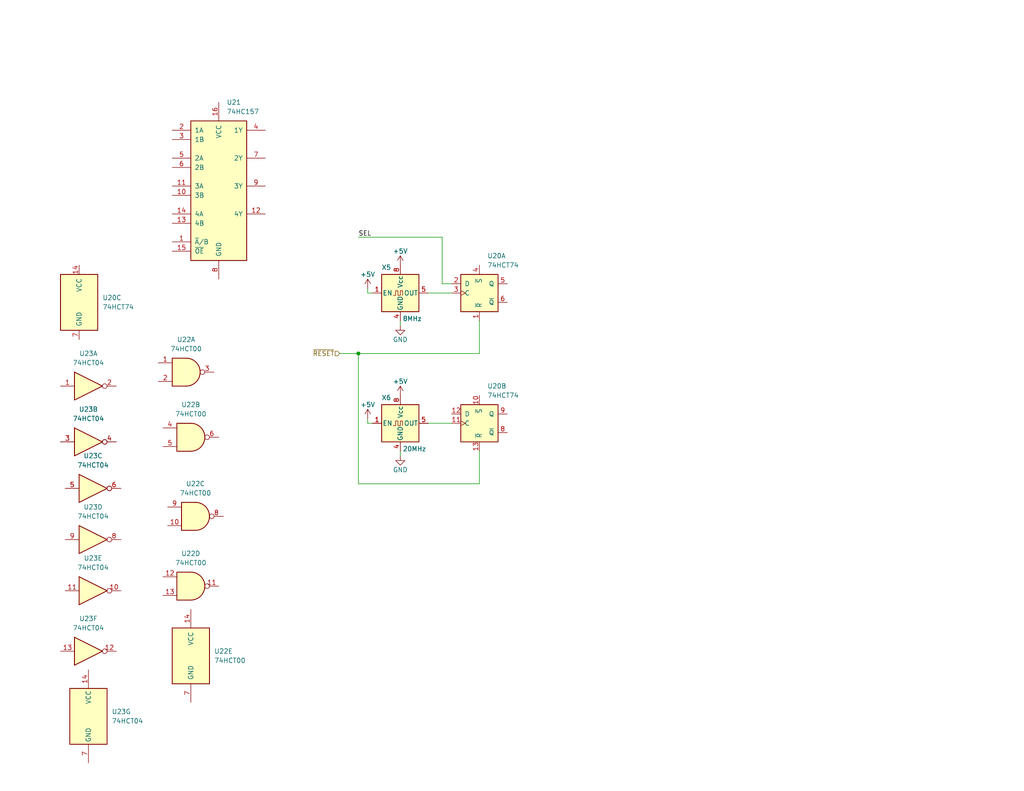
<source format=kicad_sch>
(kicad_sch (version 20250114) (generator "eeschema") (generator_version "9.0")
  (paper "USLetter")
  (title_block (date "2026-02-26") (rev "2.1") (company "MicroHobbyist") (comment 1 "Frédéric Segard"))
  (lib_symbols
    (symbol "0_Library:74HC157" (pin_names (offset 1.016))
      (property "Reference" "U" (at -7.62 19.05 0))
      (property "Value" "74HC157" (at 1.27 19.05 0))
      (symbol "74HC157_1_0"
        (pin input line (at -12.7 15.24 0) (length 5.08) (name "1A") (number "2"))
        (pin input line (at -12.7 12.7 0) (length 5.08) (name "1B") (number "3"))
        (pin input line (at -12.7 7.62 0) (length 5.08) (name "2A") (number "5"))
        (pin input line (at -12.7 5.08 0) (length 5.08) (name "2B") (number "6"))
        (pin input line (at -12.7 0 0) (length 5.08) (name "3A") (number "11"))
        (pin input line (at -12.7 -2.54 0) (length 5.08) (name "3B") (number "10"))
        (pin input line (at -12.7 -7.62 0) (length 5.08) (name "4A") (number "14"))
        (pin input line (at -12.7 -10.16 0) (length 5.08) (name "4B") (number "13"))
        (pin input line (at -12.7 -15.24 0) (length 5.08) (name "~{A}/B") (number "1"))
        (pin input line (at -12.7 -17.78 0) (length 5.08) (name "~{OE}") (number "15"))
        (pin power_in line (at 0 22.86 270) (length 5.08) (name "VCC") (number "16"))
        (pin power_in line (at 0 -25.4 90) (length 5.08) (name "GND") (number "8"))
        (pin output line (at 12.7 15.24 180) (length 5.08) (name "1Y") (number "4"))
        (pin output line (at 12.7 7.62 180) (length 5.08) (name "2Y") (number "7"))
        (pin output line (at 12.7 0 180) (length 5.08) (name "3Y") (number "9"))
        (pin output line (at 12.7 -7.62 180) (length 5.08) (name "4Y") (number "12"))
      )
      (symbol "74HC157_1_1"
        (rectangle (start -7.62 17.78) (end 7.62 -20.32) (stroke (width 0.254)) (fill (type background)))
      )
    )
    (symbol "74xx:74HCT00" (pin_names (offset 1.016))
      (property "Reference" "U" (at 0 1.27 0))
      (property "Value" "74HCT00" (at 0 -1.27 0))
      (symbol "74HCT00_1_1"
        (arc (start 0 3.81) (mid 3.7934 0) (end 0 -3.81) (stroke (width 0.254)) (fill (type background)))
        (polyline (pts (xy 0 3.81) (xy -3.81 3.81) (xy -3.81 -3.81) (xy 0 -3.81)) (stroke (width 0.254)) (fill (type background)))
        (pin input line (at -7.62 2.54 0) (length 3.81) (name "~") (number "1"))
        (pin input line (at -7.62 -2.54 0) (length 3.81) (name "~") (number "2"))
        (pin output inverted (at 7.62 0 180) (length 3.81) (name "~") (number "3"))
      )
      (symbol "74HCT00_1_2"
        (arc (start -3.81 3.81) (mid -2.589 0) (end -3.81 -3.81) (stroke (width 0.254)))
        (polyline (pts (xy -3.81 3.81) (xy -0.635 3.81)) (stroke (width 0.254)) (fill (type background)))
        (polyline (pts (xy -3.81 -3.81) (xy -0.635 -3.81)) (stroke (width 0.254)) (fill (type background)))
        (arc (start 3.81 0) (mid 2.1855 -2.584) (end -0.6096 -3.81) (stroke (width 0.254)) (fill (type background)))
        (arc (start -0.6096 3.81) (mid 2.1928 2.5924) (end 3.81 0) (stroke (width 0.254)) (fill (type background)))
        (polyline (pts (xy -0.635 3.81) (xy -3.81 3.81) (xy -3.81 3.81) (xy -3.556 3.4036) (xy -3.0226 2.2606) (xy -2.6924 1.0414) (xy -2.6162 -0.254) (xy -2.7686 -1.4986) (xy -3.175 -2.7178) (xy -3.81 -3.81) (xy -3.81 -3.81) (xy -0.635 -3.81)) (stroke (width -25.4)) (fill (type background)))
        (pin input inverted (at -7.62 2.54 0) (length 4.318) (name "~") (number "1"))
        (pin input inverted (at -7.62 -2.54 0) (length 4.318) (name "~") (number "2"))
        (pin output line (at 7.62 0 180) (length 3.81) (name "~") (number "3"))
      )
      (symbol "74HCT00_2_1"
        (arc (start 0 3.81) (mid 3.7934 0) (end 0 -3.81) (stroke (width 0.254)) (fill (type background)))
        (polyline (pts (xy 0 3.81) (xy -3.81 3.81) (xy -3.81 -3.81) (xy 0 -3.81)) (stroke (width 0.254)) (fill (type background)))
        (pin input line (at -7.62 2.54 0) (length 3.81) (name "~") (number "4"))
        (pin input line (at -7.62 -2.54 0) (length 3.81) (name "~") (number "5"))
        (pin output inverted (at 7.62 0 180) (length 3.81) (name "~") (number "6"))
      )
      (symbol "74HCT00_2_2"
        (arc (start -3.81 3.81) (mid -2.589 0) (end -3.81 -3.81) (stroke (width 0.254)))
        (polyline (pts (xy -3.81 3.81) (xy -0.635 3.81)) (stroke (width 0.254)) (fill (type background)))
        (polyline (pts (xy -3.81 -3.81) (xy -0.635 -3.81)) (stroke (width 0.254)) (fill (type background)))
        (arc (start 3.81 0) (mid 2.1855 -2.584) (end -0.6096 -3.81) (stroke (width 0.254)) (fill (type background)))
        (arc (start -0.6096 3.81) (mid 2.1928 2.5924) (end 3.81 0) (stroke (width 0.254)) (fill (type background)))
        (polyline (pts (xy -0.635 3.81) (xy -3.81 3.81) (xy -3.81 3.81) (xy -3.556 3.4036) (xy -3.0226 2.2606) (xy -2.6924 1.0414) (xy -2.6162 -0.254) (xy -2.7686 -1.4986) (xy -3.175 -2.7178) (xy -3.81 -3.81) (xy -3.81 -3.81) (xy -0.635 -3.81)) (stroke (width -25.4)) (fill (type background)))
        (pin input inverted (at -7.62 2.54 0) (length 4.318) (name "~") (number "4"))
        (pin input inverted (at -7.62 -2.54 0) (length 4.318) (name "~") (number "5"))
        (pin output line (at 7.62 0 180) (length 3.81) (name "~") (number "6"))
      )
      (symbol "74HCT00_3_1"
        (arc (start 0 3.81) (mid 3.7934 0) (end 0 -3.81) (stroke (width 0.254)) (fill (type background)))
        (polyline (pts (xy 0 3.81) (xy -3.81 3.81) (xy -3.81 -3.81) (xy 0 -3.81)) (stroke (width 0.254)) (fill (type background)))
        (pin input line (at -7.62 2.54 0) (length 3.81) (name "~") (number "9"))
        (pin input line (at -7.62 -2.54 0) (length 3.81) (name "~") (number "10"))
        (pin output inverted (at 7.62 0 180) (length 3.81) (name "~") (number "8"))
      )
      (symbol "74HCT00_3_2"
        (arc (start -3.81 3.81) (mid -2.589 0) (end -3.81 -3.81) (stroke (width 0.254)))
        (polyline (pts (xy -3.81 3.81) (xy -0.635 3.81)) (stroke (width 0.254)) (fill (type background)))
        (polyline (pts (xy -3.81 -3.81) (xy -0.635 -3.81)) (stroke (width 0.254)) (fill (type background)))
        (arc (start 3.81 0) (mid 2.1855 -2.584) (end -0.6096 -3.81) (stroke (width 0.254)) (fill (type background)))
        (arc (start -0.6096 3.81) (mid 2.1928 2.5924) (end 3.81 0) (stroke (width 0.254)) (fill (type background)))
        (polyline (pts (xy -0.635 3.81) (xy -3.81 3.81) (xy -3.81 3.81) (xy -3.556 3.4036) (xy -3.0226 2.2606) (xy -2.6924 1.0414) (xy -2.6162 -0.254) (xy -2.7686 -1.4986) (xy -3.175 -2.7178) (xy -3.81 -3.81) (xy -3.81 -3.81) (xy -0.635 -3.81)) (stroke (width -25.4)) (fill (type background)))
        (pin input inverted (at -7.62 2.54 0) (length 4.318) (name "~") (number "9"))
        (pin input inverted (at -7.62 -2.54 0) (length 4.318) (name "~") (number "10"))
        (pin output line (at 7.62 0 180) (length 3.81) (name "~") (number "8"))
      )
      (symbol "74HCT00_4_1"
        (arc (start 0 3.81) (mid 3.7934 0) (end 0 -3.81) (stroke (width 0.254)) (fill (type background)))
        (polyline (pts (xy 0 3.81) (xy -3.81 3.81) (xy -3.81 -3.81) (xy 0 -3.81)) (stroke (width 0.254)) (fill (type background)))
        (pin input line (at -7.62 2.54 0) (length 3.81) (name "~") (number "12"))
        (pin input line (at -7.62 -2.54 0) (length 3.81) (name "~") (number "13"))
        (pin output inverted (at 7.62 0 180) (length 3.81) (name "~") (number "11"))
      )
      (symbol "74HCT00_4_2"
        (arc (start -3.81 3.81) (mid -2.589 0) (end -3.81 -3.81) (stroke (width 0.254)))
        (polyline (pts (xy -3.81 3.81) (xy -0.635 3.81)) (stroke (width 0.254)) (fill (type background)))
        (polyline (pts (xy -3.81 -3.81) (xy -0.635 -3.81)) (stroke (width 0.254)) (fill (type background)))
        (arc (start 3.81 0) (mid 2.1855 -2.584) (end -0.6096 -3.81) (stroke (width 0.254)) (fill (type background)))
        (arc (start -0.6096 3.81) (mid 2.1928 2.5924) (end 3.81 0) (stroke (width 0.254)) (fill (type background)))
        (polyline (pts (xy -0.635 3.81) (xy -3.81 3.81) (xy -3.81 3.81) (xy -3.556 3.4036) (xy -3.0226 2.2606) (xy -2.6924 1.0414) (xy -2.6162 -0.254) (xy -2.7686 -1.4986) (xy -3.175 -2.7178) (xy -3.81 -3.81) (xy -3.81 -3.81) (xy -0.635 -3.81)) (stroke (width -25.4)) (fill (type background)))
        (pin input inverted (at -7.62 2.54 0) (length 4.318) (name "~") (number "12"))
        (pin input inverted (at -7.62 -2.54 0) (length 4.318) (name "~") (number "13"))
        (pin output line (at 7.62 0 180) (length 3.81) (name "~") (number "11"))
      )
      (symbol "74HCT00_5_0"
        (pin power_in line (at 0 12.7 270) (length 5.08) (name "VCC") (number "14"))
        (pin power_in line (at 0 -12.7 90) (length 5.08) (name "GND") (number "7"))
      )
      (symbol "74HCT00_5_1"
        (rectangle (start -5.08 7.62) (end 5.08 -7.62) (stroke (width 0.254)) (fill (type background)))
      )
    )
    (symbol "74xx:74HCT04"
      (property "Reference" "U" (at 0 1.27 0))
      (property "Value" "74HCT04" (at 0 -1.27 0))
      (symbol "74HCT04_1_0"
        (polyline (pts (xy -3.81 3.81) (xy -3.81 -3.81) (xy 3.81 0) (xy -3.81 3.81)) (stroke (width 0.254)) (fill (type background)))
        (pin input line (at -7.62 0 0) (length 3.81) (name "~") (number "1"))
        (pin output inverted (at 7.62 0 180) (length 3.81) (name "~") (number "2"))
      )
      (symbol "74HCT04_2_0"
        (polyline (pts (xy -3.81 3.81) (xy -3.81 -3.81) (xy 3.81 0) (xy -3.81 3.81)) (stroke (width 0.254)) (fill (type background)))
        (pin input line (at -7.62 0 0) (length 3.81) (name "~") (number "3"))
        (pin output inverted (at 7.62 0 180) (length 3.81) (name "~") (number "4"))
      )
      (symbol "74HCT04_3_0"
        (polyline (pts (xy -3.81 3.81) (xy -3.81 -3.81) (xy 3.81 0) (xy -3.81 3.81)) (stroke (width 0.254)) (fill (type background)))
        (pin input line (at -7.62 0 0) (length 3.81) (name "~") (number "5"))
        (pin output inverted (at 7.62 0 180) (length 3.81) (name "~") (number "6"))
      )
      (symbol "74HCT04_4_0"
        (polyline (pts (xy -3.81 3.81) (xy -3.81 -3.81) (xy 3.81 0) (xy -3.81 3.81)) (stroke (width 0.254)) (fill (type background)))
        (pin input line (at -7.62 0 0) (length 3.81) (name "~") (number "9"))
        (pin output inverted (at 7.62 0 180) (length 3.81) (name "~") (number "8"))
      )
      (symbol "74HCT04_5_0"
        (polyline (pts (xy -3.81 3.81) (xy -3.81 -3.81) (xy 3.81 0) (xy -3.81 3.81)) (stroke (width 0.254)) (fill (type background)))
        (pin input line (at -7.62 0 0) (length 3.81) (name "~") (number "11"))
        (pin output inverted (at 7.62 0 180) (length 3.81) (name "~") (number "10"))
      )
      (symbol "74HCT04_6_0"
        (polyline (pts (xy -3.81 3.81) (xy -3.81 -3.81) (xy 3.81 0) (xy -3.81 3.81)) (stroke (width 0.254)) (fill (type background)))
        (pin input line (at -7.62 0 0) (length 3.81) (name "~") (number "13"))
        (pin output inverted (at 7.62 0 180) (length 3.81) (name "~") (number "12"))
      )
      (symbol "74HCT04_7_0"
        (pin power_in line (at 0 12.7 270) (length 5.08) (name "VCC") (number "14"))
        (pin power_in line (at 0 -12.7 90) (length 5.08) (name "GND") (number "7"))
      )
      (symbol "74HCT04_7_1"
        (rectangle (start -5.08 7.62) (end 5.08 -7.62) (stroke (width 0.254)) (fill (type background)))
      )
    )
    (symbol "74xx:74HCT74" (pin_names (offset 1.016))
      (property "Reference" "U" (at -7.62 8.89 0))
      (property "Value" "74HCT74" (at -7.62 -8.89 0))
      (symbol "74HCT74_1_0"
        (pin input line (at -7.62 2.54 0) (length 2.54) (name "D") (number "2"))
        (pin input clock (at -7.62 0 0) (length 2.54) (name "C") (number "3"))
        (pin input line (at 0 7.62 270) (length 2.54) (name "~{S}") (number "4"))
        (pin input line (at 0 -7.62 90) (length 2.54) (name "~{R}") (number "1"))
        (pin output line (at 7.62 2.54 180) (length 2.54) (name "Q") (number "5"))
        (pin output line (at 7.62 -2.54 180) (length 2.54) (name "~{Q}") (number "6"))
      )
      (symbol "74HCT74_1_1"
        (rectangle (start -5.08 5.08) (end 5.08 -5.08) (stroke (width 0.254)) (fill (type background)))
      )
      (symbol "74HCT74_2_0"
        (pin input line (at -7.62 2.54 0) (length 2.54) (name "D") (number "12"))
        (pin input clock (at -7.62 0 0) (length 2.54) (name "C") (number "11"))
        (pin input line (at 0 7.62 270) (length 2.54) (name "~{S}") (number "10"))
        (pin input line (at 0 -7.62 90) (length 2.54) (name "~{R}") (number "13"))
        (pin output line (at 7.62 2.54 180) (length 2.54) (name "Q") (number "9"))
        (pin output line (at 7.62 -2.54 180) (length 2.54) (name "~{Q}") (number "8"))
      )
      (symbol "74HCT74_2_1"
        (rectangle (start -5.08 5.08) (end 5.08 -5.08) (stroke (width 0.254)) (fill (type background)))
      )
      (symbol "74HCT74_3_0"
        (pin power_in line (at 0 10.16 270) (length 2.54) (name "VCC") (number "14"))
        (pin power_in line (at 0 -10.16 90) (length 2.54) (name "GND") (number "7"))
      )
      (symbol "74HCT74_3_1"
        (rectangle (start -5.08 7.62) (end 5.08 -7.62) (stroke (width 0.254)) (fill (type background)))
      )
    )
    (symbol "Oscillator:CXO_DIP8" (pin_names (offset 0.254))
      (property "Reference" "Y" (at -5.08 6.35 0))
      (property "Value" "CXO_DIP8" (at 1.27 -6.35 0))
      (symbol "CXO_DIP8_0_1"
        (rectangle (start -5.08 5.08) (end 5.08 -5.08) (stroke (width 0.254)) (fill (type background)))
        (polyline (pts (xy -1.905 -0.635) (xy -1.27 -0.635) (xy -1.27 0.635) (xy -0.635 0.635) (xy -0.635 -0.635) (xy 0 -0.635) (xy 0 0.635) (xy 0.635 0.635) (xy 0.635 -0.635)))
      )
      (symbol "CXO_DIP8_1_1"
        (pin input line (at -7.62 0 0) (length 2.54) (name "EN") (number "1"))
        (pin power_in line (at 0 7.62 270) (length 2.54) (name "Vcc") (number "8"))
        (pin power_in line (at 0 -7.62 90) (length 2.54) (name "GND") (number "4"))
        (pin output line (at 7.62 0 180) (length 2.54) (name "OUT") (number "5"))
      )
    )
    (symbol "power:+5V" (power) (pin_numbers (hide yes)) (pin_names (offset 0) (hide yes))
      (property "Value" "+5V" (at 0 3.556 0))
      (symbol "+5V_0_1"
        (polyline (pts (xy -0.762 1.27) (xy 0 2.54)))
        (polyline (pts (xy 0 2.54) (xy 0.762 1.27)))
        (polyline (pts (xy 0 0) (xy 0 2.54)))
      )
      (symbol "+5V_1_1"
        (pin power_in line (at 0 0 90) (length 0) (name "~") (number "1"))
      )
    )
    (symbol "power:GND" (power) (pin_numbers (hide yes)) (pin_names (offset 0) (hide yes))
      (property "Value" "GND" (at 0 -3.81 0))
      (symbol "GND_0_1"
        (polyline (pts (xy 0 0) (xy 0 -1.27) (xy 1.27 -1.27) (xy 0 -2.54) (xy -1.27 -1.27) (xy 0 -1.27)))
      )
      (symbol "GND_1_1"
        (pin power_in line (at 0 0 270) (length 0) (name "~") (number "1"))
      )
    )
  )
  (junction (at 97.79 96.52))
  (wire (pts (xy 100.33 114.3) (xy 100.33 115.57)))
  (wire (pts (xy 116.84 80.01) (xy 123.19 80.01)))
  (wire (pts (xy 97.79 96.52) (xy 130.81 96.52)))
  (wire (pts (xy 97.79 132.08) (xy 130.81 132.08)))
  (wire (pts (xy 130.81 123.19) (xy 130.81 132.08)))
  (wire (pts (xy 123.19 77.47) (xy 120.65 77.47)))
  (wire (pts (xy 109.22 88.9) (xy 109.22 87.63)))
  (wire (pts (xy 92.71 96.52) (xy 97.79 96.52)))
  (wire (pts (xy 97.79 132.08) (xy 97.79 96.52)))
  (wire (pts (xy 130.81 87.63) (xy 130.81 96.52)))
  (wire (pts (xy 100.33 115.57) (xy 101.6 115.57)))
  (wire (pts (xy 97.79 64.77) (xy 120.65 64.77)))
  (wire (pts (xy 100.33 78.74) (xy 100.33 80.01)))
  (wire (pts (xy 116.84 115.57) (xy 123.19 115.57)))
  (wire (pts (xy 109.22 124.46) (xy 109.22 123.19)))
  (wire (pts (xy 100.33 80.01) (xy 101.6 80.01)))
  (wire (pts (xy 120.65 77.47) (xy 120.65 64.77)))
  (label "SEL" (at 97.79 64.77 0))
  (hierarchical_label "~{RESET}" (shape input) (at 92.71 96.52 180))
  (symbol (lib_id "Oscillator:CXO_DIP8") (at 109.22 80.01 0) (unit 1)
    (property "Reference" "X5" (at 105.41 73.025 0))
    (property "Value" "8MHz" (at 109.855 86.995 0) (effects (justify left)))
    (property "Footprint" "Oscillator:Oscillator_DIP-8" (effects (hide yes)))
    (property "Datasheet" "http://cdn-reichelt.de/documents/datenblatt/B400/OSZI.pdf" (effects (hide yes)))
    (property "Description" "Crystal Clock Oscillator, DIP8-style metal package" (effects (hide yes)))
  )
  (symbol (lib_id "74xx:74HCT74") (at 130.81 80.01 0) (unit 1)
    (property "Reference" "U20" (at 132.9533 69.85 0) (effects (justify left)))
    (property "Value" "74HCT74" (at 132.9533 72.39 0) (effects (justify left)))
    (property "Datasheet" "https://assets.nexperia.com/documents/data-sheet/74HC_HCT74.pdf" (effects (hide yes)))
    (property "Description" "Dual D Flip-flop, Set & Reset" (effects (hide yes)))
  )
  (symbol (lib_id "74xx:74HCT04") (at 24.13 177.8 0) (unit 6)
    (property "Reference" "U23" (at 24.13 168.91 0))
    (property "Value" "74HCT04" (at 24.13 171.45 0))
    (property "Datasheet" "https://assets.nexperia.com/documents/data-sheet/74HC_HCT04.pdf" (effects (hide yes)))
    (property "Description" "Hex Inverter" (effects (hide yes)))
  )
  (symbol (lib_id "74xx:74HCT00") (at 50.8 101.6 0) (unit 1)
    (property "Reference" "U22" (at 50.7917 92.71 0))
    (property "Value" "74HCT00" (at 50.7917 95.25 0))
    (property "Datasheet" "http://www.ti.com/lit/gpn/sn74hct00" (effects (hide yes)))
    (property "Description" "quad 2-input NAND gate" (effects (hide yes)))
  )
  (symbol (lib_id "0_Library:74HC157") (at 59.69 50.8 0) (unit 1)
    (property "Reference" "U21" (at 61.8333 27.94 0) (effects (justify left)))
    (property "Value" "74HC157" (at 61.8333 30.48 0) (effects (justify left)))
    (property "Datasheet" "https://www.ti.com/lit/ds/symlink/sn74hc157.pdf" (effects (hide yes)))
    (property "Description" "Quad 2 to 1 line Multiplexer" (effects (hide yes)))
  )
  (symbol (lib_id "74xx:74HCT04") (at 25.4 147.32 0) (unit 4)
    (property "Reference" "U23" (at 25.4 138.43 0))
    (property "Value" "74HCT04" (at 25.4 140.97 0))
    (property "Datasheet" "https://assets.nexperia.com/documents/data-sheet/74HC_HCT04.pdf" (effects (hide yes)))
    (property "Description" "Hex Inverter" (effects (hide yes)))
  )
  (symbol (lib_id "Oscillator:CXO_DIP8") (at 109.22 115.57 0) (unit 1)
    (property "Reference" "X6" (at 105.41 108.585 0))
    (property "Value" "20MHz" (at 109.855 122.555 0) (effects (justify left)))
    (property "Footprint" "Oscillator:Oscillator_DIP-8" (effects (hide yes)))
    (property "Datasheet" "http://cdn-reichelt.de/documents/datenblatt/B400/OSZI.pdf" (effects (hide yes)))
    (property "Description" "Crystal Clock Oscillator, DIP8-style metal package" (effects (hide yes)))
  )
  (symbol (lib_id "74xx:74HCT74") (at 130.81 115.57 0) (unit 2)
    (property "Reference" "U20" (at 132.9533 105.41 0) (effects (justify left)))
    (property "Value" "74HCT74" (at 132.9533 107.95 0) (effects (justify left)))
    (property "Datasheet" "https://assets.nexperia.com/documents/data-sheet/74HC_HCT74.pdf" (effects (hide yes)))
    (property "Description" "Dual D Flip-flop, Set & Reset" (effects (hide yes)))
  )
  (symbol (lib_id "74xx:74HCT04") (at 25.4 133.35 0) (unit 3)
    (property "Reference" "U23" (at 25.4 124.46 0))
    (property "Value" "74HCT04" (at 25.4 127 0))
    (property "Datasheet" "https://assets.nexperia.com/documents/data-sheet/74HC_HCT04.pdf" (effects (hide yes)))
    (property "Description" "Hex Inverter" (effects (hide yes)))
  )
  (symbol (lib_id "power:GND") (at 109.22 88.9 0) (unit 1)
    (property "Reference" "#PWR091" (effects (hide yes)))
    (property "Value" "GND" (at 109.22 92.71 0))
    (property "Description" "Power symbol creates a global label with name \"GND\" , ground" (effects (hide yes)))
  )
  (symbol (lib_id "74xx:74HCT00") (at 52.07 119.38 0) (unit 2)
    (property "Reference" "U22" (at 52.0617 110.49 0))
    (property "Value" "74HCT00" (at 52.0617 113.03 0))
    (property "Datasheet" "http://www.ti.com/lit/gpn/sn74hct00" (effects (hide yes)))
    (property "Description" "quad 2-input NAND gate" (effects (hide yes)))
  )
  (symbol (lib_id "power:+5V") (at 109.22 107.95 0) (unit 1)
    (property "Reference" "#PWR092" (effects (hide yes)))
    (property "Value" "+5V" (at 109.22 104.14 0))
    (property "Description" "Power symbol creates a global label with name \"+5V\"" (effects (hide yes)))
  )
  (symbol (lib_id "74xx:74HCT04") (at 24.13 120.65 0) (unit 2)
    (property "Reference" "U23" (at 24.13 111.76 0))
    (property "Value" "74HCT04" (at 24.13 114.3 0))
    (property "Datasheet" "https://assets.nexperia.com/documents/data-sheet/74HC_HCT04.pdf" (effects (hide yes)))
    (property "Description" "Hex Inverter" (effects (hide yes)))
  )
  (symbol (lib_id "power:GND") (at 109.22 124.46 0) (unit 1)
    (property "Reference" "#PWR094" (effects (hide yes)))
    (property "Value" "GND" (at 109.22 128.27 0))
    (property "Description" "Power symbol creates a global label with name \"GND\" , ground" (effects (hide yes)))
  )
  (symbol (lib_id "74xx:74HCT74") (at 21.59 82.55 0) (unit 3)
    (property "Reference" "U20" (at 27.94 81.2799 0) (effects (justify left)))
    (property "Value" "74HCT74" (at 27.94 83.8199 0) (effects (justify left)))
    (property "Datasheet" "https://assets.nexperia.com/documents/data-sheet/74HC_HCT74.pdf" (effects (hide yes)))
    (property "Description" "Dual D Flip-flop, Set & Reset" (effects (hide yes)))
  )
  (symbol (lib_id "74xx:74HCT00") (at 52.07 179.07 0) (unit 5)
    (property "Reference" "U22" (at 58.42 177.7999 0) (effects (justify left)))
    (property "Value" "74HCT00" (at 58.42 180.3399 0) (effects (justify left)))
    (property "Datasheet" "http://www.ti.com/lit/gpn/sn74hct00" (effects (hide yes)))
    (property "Description" "quad 2-input NAND gate" (effects (hide yes)))
  )
  (symbol (lib_id "power:+5V") (at 100.33 114.3 0) (unit 1)
    (property "Reference" "#PWR093" (effects (hide yes)))
    (property "Value" "+5V" (at 100.33 110.49 0))
    (property "Description" "Power symbol creates a global label with name \"+5V\"" (effects (hide yes)))
  )
  (symbol (lib_id "74xx:74HCT04") (at 25.4 161.29 0) (unit 5)
    (property "Reference" "U23" (at 25.4 152.4 0))
    (property "Value" "74HCT04" (at 25.4 154.94 0))
    (property "Datasheet" "https://assets.nexperia.com/documents/data-sheet/74HC_HCT04.pdf" (effects (hide yes)))
    (property "Description" "Hex Inverter" (effects (hide yes)))
  )
  (symbol (lib_id "74xx:74HCT00") (at 53.34 140.97 0) (unit 3)
    (property "Reference" "U22" (at 53.3317 132.08 0))
    (property "Value" "74HCT00" (at 53.3317 134.62 0))
    (property "Datasheet" "http://www.ti.com/lit/gpn/sn74hct00" (effects (hide yes)))
    (property "Description" "quad 2-input NAND gate" (effects (hide yes)))
  )
  (symbol (lib_id "74xx:74HCT04") (at 24.13 105.41 0) (unit 1)
    (property "Reference" "U23" (at 24.13 96.52 0))
    (property "Value" "74HCT04" (at 24.13 99.06 0))
    (property "Datasheet" "https://assets.nexperia.com/documents/data-sheet/74HC_HCT04.pdf" (effects (hide yes)))
    (property "Description" "Hex Inverter" (effects (hide yes)))
  )
  (symbol (lib_id "74xx:74HCT04") (at 24.13 195.58 0) (unit 7)
    (property "Reference" "U23" (at 30.48 194.3099 0) (effects (justify left)))
    (property "Value" "74HCT04" (at 30.48 196.8499 0) (effects (justify left)))
    (property "Datasheet" "https://assets.nexperia.com/documents/data-sheet/74HC_HCT04.pdf" (effects (hide yes)))
    (property "Description" "Hex Inverter" (effects (hide yes)))
  )
  (symbol (lib_id "74xx:74HCT00") (at 52.07 160.02 0) (unit 4)
    (property "Reference" "U22" (at 52.0617 151.13 0))
    (property "Value" "74HCT00" (at 52.0617 153.67 0))
    (property "Datasheet" "http://www.ti.com/lit/gpn/sn74hct00" (effects (hide yes)))
    (property "Description" "quad 2-input NAND gate" (effects (hide yes)))
  )
  (symbol (lib_id "power:+5V") (at 100.33 78.74 0) (unit 1)
    (property "Reference" "#PWR090" (effects (hide yes)))
    (property "Value" "+5V" (at 100.33 74.93 0))
    (property "Description" "Power symbol creates a global label with name \"+5V\"" (effects (hide yes)))
  )
  (symbol (lib_id "power:+5V") (at 109.22 72.39 0) (unit 1)
    (property "Reference" "#PWR089" (effects (hide yes)))
    (property "Value" "+5V" (at 109.22 68.58 0))
    (property "Description" "Power symbol creates a global label with name \"+5V\"" (effects (hide yes)))
  )
)
</source>
